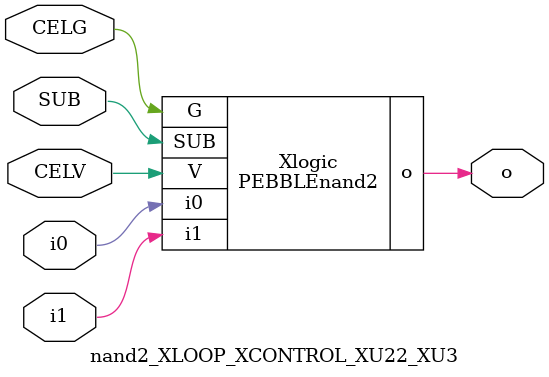
<source format=v>



module PEBBLEnand2 ( o, G, SUB, V, i0, i1 );

  input i0;
  input V;
  input i1;
  input G;
  output o;
  input SUB;
endmodule

//Celera Confidential Do Not Copy nand2_XLOOP_XCONTROL_XU22_XU3
//Celera Confidential Symbol Generator
//5V NAND2
module nand2_XLOOP_XCONTROL_XU22_XU3 (CELV,CELG,i0,i1,o,SUB);
input CELV;
input CELG;
input i0;
input i1;
input SUB;
output o;

//Celera Confidential Do Not Copy nand2
PEBBLEnand2 Xlogic(
.V (CELV),
.i0 (i0),
.i1 (i1),
.o (o),
.SUB (SUB),
.G (CELG)
);
//,diesize,PEBBLEnand2

//Celera Confidential Do Not Copy Module End
//Celera Schematic Generator
endmodule

</source>
